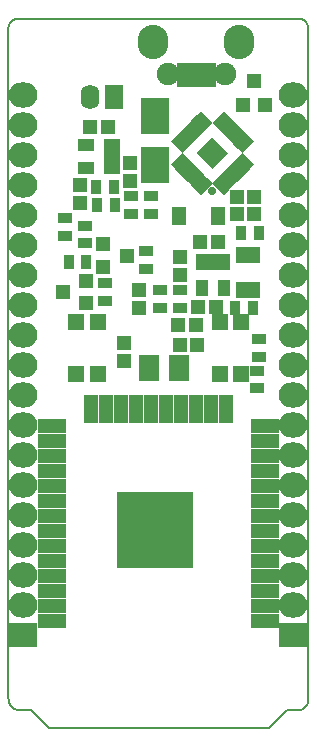
<source format=gbr>
G04 #@! TF.FileFunction,Soldermask,Top*
%FSLAX46Y46*%
G04 Gerber Fmt 4.6, Leading zero omitted, Abs format (unit mm)*
G04 Created by KiCad (PCBNEW 4.0.4-stable) date 12/03/16 16:19:23*
%MOMM*%
%LPD*%
G01*
G04 APERTURE LIST*
%ADD10C,0.100000*%
%ADD11C,0.150000*%
%ADD12R,2.400000X1.300000*%
%ADD13R,1.300000X2.400000*%
%ADD14R,6.400000X6.400000*%
%ADD15R,1.400760X1.400760*%
%ADD16R,2.432000X2.127200*%
%ADD17O,2.432000X2.127200*%
%ADD18R,0.800000X2.000000*%
%ADD19C,1.900000*%
%ADD20O,2.600000X2.900000*%
%ADD21R,1.310000X1.620000*%
%ADD22R,1.197560X1.197560*%
%ADD23R,2.429460X3.051760*%
%ADD24R,1.460000X1.050000*%
%ADD25R,1.598880X2.099260*%
%ADD26O,1.598880X2.099260*%
%ADD27R,1.200100X1.200100*%
%ADD28R,1.050000X1.460000*%
%ADD29C,0.699720*%
%ADD30R,0.900000X1.300000*%
%ADD31R,1.300000X0.900000*%
%ADD32R,1.200000X1.150000*%
%ADD33R,1.150000X1.200000*%
%ADD34R,2.000000X1.400000*%
%ADD35R,1.800000X2.300000*%
G04 APERTURE END LIST*
D10*
D11*
X80807120Y-127451475D02*
X99399920Y-127451475D01*
X80299120Y-126943474D02*
X80807120Y-127451475D01*
X79283120Y-125927474D02*
X80299120Y-126943474D01*
X99907920Y-126943475D02*
X99399920Y-127451475D01*
X100923920Y-125927475D02*
X99907920Y-126943475D01*
X101838320Y-125927474D02*
X100923920Y-125927475D01*
X101838321Y-125927475D02*
G75*
G03X102752720Y-125013074I-1J914400D01*
G01*
X102752720Y-68117075D02*
X102752720Y-125013074D01*
X77352720Y-124860675D02*
X77352720Y-68117075D01*
X79283120Y-125927474D02*
X78216320Y-125927475D01*
X77352719Y-124860674D02*
G75*
G03X78216320Y-125927475I965201J-101600D01*
G01*
X102752719Y-68117074D02*
G75*
G03X101787520Y-67355075I-863599J-101600D01*
G01*
X101787520Y-67355075D02*
X78317921Y-67355075D01*
X78317919Y-67355076D02*
G75*
G03X77352720Y-68117075I-101600J-863599D01*
G01*
D12*
X99052721Y-118375875D03*
X99052721Y-117105875D03*
X99052721Y-115835875D03*
X99052721Y-114565875D03*
X99052721Y-113295875D03*
X99052721Y-112025875D03*
X99052721Y-110755875D03*
X99052721Y-109485875D03*
X99052721Y-108215875D03*
X99052721Y-106945875D03*
X99052721Y-105675875D03*
X99052721Y-104405875D03*
X99052721Y-103135875D03*
X99052721Y-101865875D03*
X81052721Y-118375875D03*
X81052721Y-101865875D03*
X81052721Y-103135875D03*
X81052721Y-104405875D03*
X81052721Y-105675875D03*
X81052721Y-106945875D03*
X81052721Y-108215875D03*
X81052721Y-109485875D03*
X81052721Y-110755875D03*
X81052721Y-112025875D03*
X81052721Y-113295875D03*
X81052721Y-114565875D03*
X81052721Y-115835875D03*
X81052721Y-117105875D03*
D13*
X95767721Y-100375875D03*
X94482721Y-100375875D03*
X93227721Y-100375875D03*
X91957721Y-100375875D03*
X90687721Y-100375875D03*
X89417721Y-100375875D03*
X88147721Y-100375875D03*
X86877721Y-100375875D03*
X85607721Y-100375875D03*
X84337721Y-100375875D03*
D14*
X89752721Y-110675875D03*
D15*
X83107520Y-97444275D03*
X84907520Y-93044275D03*
X84907520Y-97444275D03*
X83107520Y-93044275D03*
X97048720Y-93044275D03*
X95248720Y-97444275D03*
X95248720Y-93044275D03*
X97048720Y-97444275D03*
D16*
X78622721Y-119577474D03*
D17*
X78622721Y-117037474D03*
X78622721Y-114497474D03*
X78622721Y-111957474D03*
X78622721Y-109417474D03*
X78622721Y-106877474D03*
X78622721Y-104337474D03*
X78622721Y-101797474D03*
X78622721Y-99257474D03*
X78622721Y-96717474D03*
X78622721Y-94177474D03*
X78622721Y-91637474D03*
X78622721Y-89097474D03*
X78622721Y-86557474D03*
X78622721Y-84017474D03*
X78622721Y-81477474D03*
X78622721Y-78937474D03*
X78622721Y-76397474D03*
X78622721Y-73857474D03*
D16*
X101482721Y-119577474D03*
D17*
X101482721Y-117037474D03*
X101482721Y-114497474D03*
X101482721Y-111957474D03*
X101482721Y-109417474D03*
X101482721Y-106877474D03*
X101482721Y-104337474D03*
X101482721Y-101797474D03*
X101482721Y-99257474D03*
X101482721Y-96717474D03*
X101482721Y-94177474D03*
X101482721Y-91637474D03*
X101482721Y-89097474D03*
X101482721Y-86557474D03*
X101482721Y-84017474D03*
X101482721Y-81477474D03*
X101482721Y-78937474D03*
X101482721Y-76397474D03*
X101482721Y-73857474D03*
D18*
X94553120Y-72128674D03*
X93903120Y-72128674D03*
X93253120Y-72128674D03*
X92603120Y-72128674D03*
X91953120Y-72128674D03*
D19*
X95678120Y-72028674D03*
D20*
X96878120Y-69378674D03*
D19*
X90828120Y-72028674D03*
D20*
X89628120Y-69378674D03*
D21*
X95056200Y-84074000D03*
X91786200Y-84074000D03*
D22*
X87665120Y-81109174D03*
X87665120Y-79610574D03*
X91881520Y-89033976D03*
X91881520Y-87535376D03*
X93240420Y-93313875D03*
X91741820Y-93313875D03*
D23*
X89747920Y-75582136D03*
X89747920Y-79752816D03*
D24*
X86123520Y-79989075D03*
X86123520Y-79039075D03*
X86123520Y-78089075D03*
X83923520Y-78089075D03*
X83923520Y-79989075D03*
D25*
X86278280Y-74009874D03*
D26*
X84276760Y-74009874D03*
D27*
X97179920Y-74655036D03*
X99079920Y-74655036D03*
X98129920Y-72656056D03*
D28*
X95625519Y-87997475D03*
X94675519Y-87997475D03*
X93725519Y-87997475D03*
X93725519Y-90197475D03*
X95625519Y-90197475D03*
D10*
G36*
X98171886Y-79712225D02*
X97725603Y-80158508D01*
X96735116Y-79168021D01*
X97181399Y-78721738D01*
X98171886Y-79712225D01*
X98171886Y-79712225D01*
G37*
G36*
X97818064Y-80066047D02*
X97371781Y-80512330D01*
X96381294Y-79521843D01*
X96827577Y-79075560D01*
X97818064Y-80066047D01*
X97818064Y-80066047D01*
G37*
G36*
X97464241Y-80419869D02*
X97017958Y-80866152D01*
X96027471Y-79875665D01*
X96473754Y-79429382D01*
X97464241Y-80419869D01*
X97464241Y-80419869D01*
G37*
G36*
X97110419Y-80773691D02*
X96664136Y-81219974D01*
X95673649Y-80229487D01*
X96119932Y-79783204D01*
X97110419Y-80773691D01*
X97110419Y-80773691D01*
G37*
G36*
X96756597Y-81127513D02*
X96310314Y-81573796D01*
X95319827Y-80583309D01*
X95766110Y-80137026D01*
X96756597Y-81127513D01*
X96756597Y-81127513D01*
G37*
G36*
X96402775Y-81481336D02*
X95956492Y-81927619D01*
X94966005Y-80937132D01*
X95412288Y-80490849D01*
X96402775Y-81481336D01*
X96402775Y-81481336D01*
G37*
G36*
X96048953Y-81835158D02*
X95602670Y-82281441D01*
X94612183Y-81290954D01*
X95058466Y-80844671D01*
X96048953Y-81835158D01*
X96048953Y-81835158D01*
G37*
G36*
X94637257Y-81290954D02*
X93646770Y-82281441D01*
X93200487Y-81835158D01*
X94190974Y-80844671D01*
X94637257Y-81290954D01*
X94637257Y-81290954D01*
G37*
G36*
X94283435Y-80937132D02*
X93292948Y-81927619D01*
X92846665Y-81481336D01*
X93837152Y-80490849D01*
X94283435Y-80937132D01*
X94283435Y-80937132D01*
G37*
G36*
X93929613Y-80583309D02*
X92939126Y-81573796D01*
X92492843Y-81127513D01*
X93483330Y-80137026D01*
X93929613Y-80583309D01*
X93929613Y-80583309D01*
G37*
G36*
X93575791Y-80229487D02*
X92585304Y-81219974D01*
X92139021Y-80773691D01*
X93129508Y-79783204D01*
X93575791Y-80229487D01*
X93575791Y-80229487D01*
G37*
G36*
X93221969Y-79875665D02*
X92231482Y-80866152D01*
X91785199Y-80419869D01*
X92775686Y-79429382D01*
X93221969Y-79875665D01*
X93221969Y-79875665D01*
G37*
G36*
X92868146Y-79521843D02*
X91877659Y-80512330D01*
X91431376Y-80066047D01*
X92421863Y-79075560D01*
X92868146Y-79521843D01*
X92868146Y-79521843D01*
G37*
G36*
X92514324Y-79168021D02*
X91523837Y-80158508D01*
X91077554Y-79712225D01*
X92068041Y-78721738D01*
X92514324Y-79168021D01*
X92514324Y-79168021D01*
G37*
G36*
X92514324Y-78300529D02*
X92068041Y-78746812D01*
X91077554Y-77756325D01*
X91523837Y-77310042D01*
X92514324Y-78300529D01*
X92514324Y-78300529D01*
G37*
G36*
X92868146Y-77946707D02*
X92421863Y-78392990D01*
X91431376Y-77402503D01*
X91877659Y-76956220D01*
X92868146Y-77946707D01*
X92868146Y-77946707D01*
G37*
G36*
X93221969Y-77592885D02*
X92775686Y-78039168D01*
X91785199Y-77048681D01*
X92231482Y-76602398D01*
X93221969Y-77592885D01*
X93221969Y-77592885D01*
G37*
G36*
X93575791Y-77239063D02*
X93129508Y-77685346D01*
X92139021Y-76694859D01*
X92585304Y-76248576D01*
X93575791Y-77239063D01*
X93575791Y-77239063D01*
G37*
G36*
X93929613Y-76885241D02*
X93483330Y-77331524D01*
X92492843Y-76341037D01*
X92939126Y-75894754D01*
X93929613Y-76885241D01*
X93929613Y-76885241D01*
G37*
G36*
X94283435Y-76531418D02*
X93837152Y-76977701D01*
X92846665Y-75987214D01*
X93292948Y-75540931D01*
X94283435Y-76531418D01*
X94283435Y-76531418D01*
G37*
G36*
X94637257Y-76177596D02*
X94190974Y-76623879D01*
X93200487Y-75633392D01*
X93646770Y-75187109D01*
X94637257Y-76177596D01*
X94637257Y-76177596D01*
G37*
G36*
X96048953Y-75633392D02*
X95058466Y-76623879D01*
X94612183Y-76177596D01*
X95602670Y-75187109D01*
X96048953Y-75633392D01*
X96048953Y-75633392D01*
G37*
G36*
X96402775Y-75987214D02*
X95412288Y-76977701D01*
X94966005Y-76531418D01*
X95956492Y-75540931D01*
X96402775Y-75987214D01*
X96402775Y-75987214D01*
G37*
G36*
X96756597Y-76341037D02*
X95766110Y-77331524D01*
X95319827Y-76885241D01*
X96310314Y-75894754D01*
X96756597Y-76341037D01*
X96756597Y-76341037D01*
G37*
G36*
X97110419Y-76694859D02*
X96119932Y-77685346D01*
X95673649Y-77239063D01*
X96664136Y-76248576D01*
X97110419Y-76694859D01*
X97110419Y-76694859D01*
G37*
G36*
X97464241Y-77048681D02*
X96473754Y-78039168D01*
X96027471Y-77592885D01*
X97017958Y-76602398D01*
X97464241Y-77048681D01*
X97464241Y-77048681D01*
G37*
G36*
X97818064Y-77402503D02*
X96827577Y-78392990D01*
X96381294Y-77946707D01*
X97371781Y-76956220D01*
X97818064Y-77402503D01*
X97818064Y-77402503D01*
G37*
G36*
X98171886Y-77756325D02*
X97181399Y-78746812D01*
X96735116Y-78300529D01*
X97725603Y-77310042D01*
X98171886Y-77756325D01*
X98171886Y-77756325D01*
G37*
G36*
X95969029Y-78734275D02*
X94624720Y-80078584D01*
X93280411Y-78734275D01*
X94624720Y-77389966D01*
X95969029Y-78734275D01*
X95969029Y-78734275D01*
G37*
D29*
X94624720Y-81916878D03*
D27*
X85394360Y-86471074D03*
X85394360Y-88371074D03*
X87393340Y-87421074D03*
X83941480Y-91469874D03*
X83941480Y-89569874D03*
X81942500Y-90519874D03*
D30*
X98540000Y-85547200D03*
X97040000Y-85547200D03*
X84781520Y-81629875D03*
X86281520Y-81629875D03*
D31*
X91881520Y-90379475D03*
X91881520Y-91879475D03*
D30*
X84883120Y-83153875D03*
X86383120Y-83153875D03*
X82444720Y-87979875D03*
X83944720Y-87979875D03*
D31*
X85531520Y-91269874D03*
X85531520Y-89769874D03*
D30*
X98067120Y-91891475D03*
X96567120Y-91891475D03*
D31*
X82178720Y-85732675D03*
X82178720Y-84232675D03*
X89027000Y-87070500D03*
X89027000Y-88570500D03*
X83855120Y-84893075D03*
X83855120Y-86393075D03*
X98552000Y-94500000D03*
X98552000Y-96000000D03*
D32*
X85773520Y-76549875D03*
X84273520Y-76549875D03*
X93569920Y-86303475D03*
X95069920Y-86303475D03*
X96684400Y-83921600D03*
X98184400Y-83921600D03*
X96684400Y-82499200D03*
X98184400Y-82499200D03*
X94917521Y-91739074D03*
X93417521Y-91739074D03*
D33*
X83448720Y-82938674D03*
X83448720Y-81438674D03*
D34*
X97672720Y-90343474D03*
X97672720Y-87343474D03*
D32*
X91842719Y-94990275D03*
X93342719Y-94990275D03*
D33*
X88427120Y-90379475D03*
X88427120Y-91879475D03*
X87157120Y-96349875D03*
X87157120Y-94849875D03*
D31*
X87766720Y-83903875D03*
X87766720Y-82403875D03*
X89443120Y-83903875D03*
X89443120Y-82403875D03*
X98425000Y-98667000D03*
X98425000Y-97167000D03*
X90154320Y-91879475D03*
X90154320Y-90379475D03*
D35*
X91760720Y-96920675D03*
X89239920Y-96920675D03*
M02*

</source>
